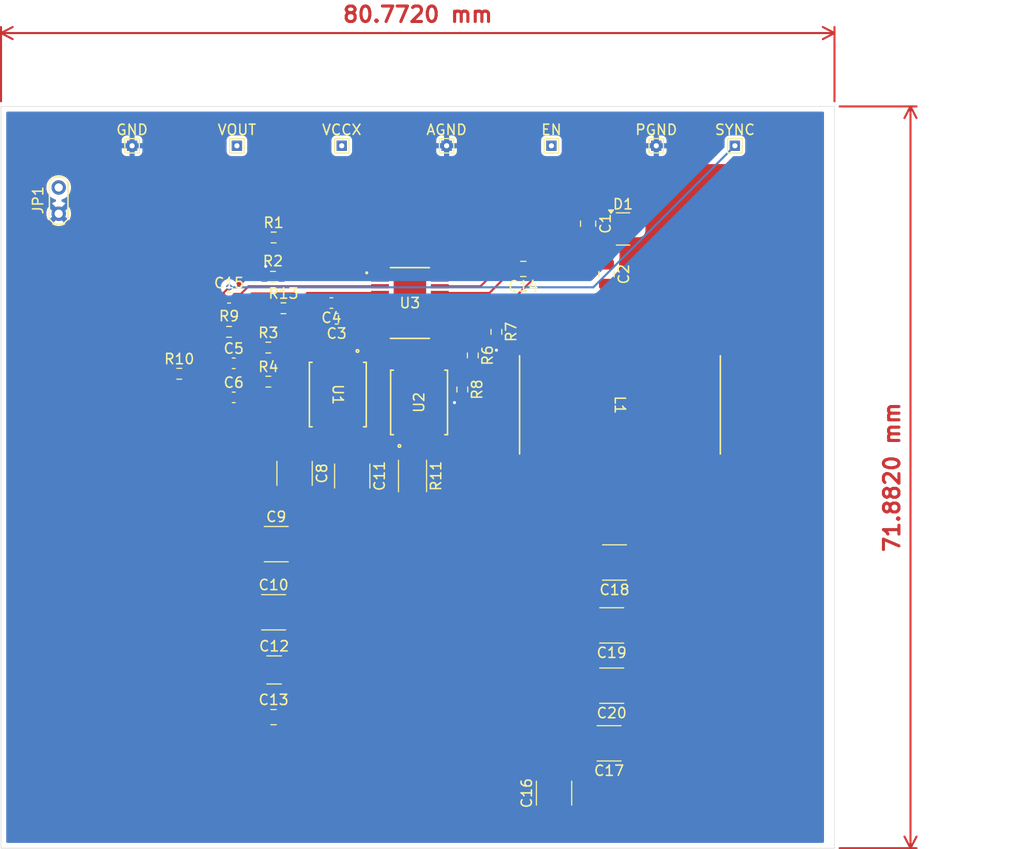
<source format=kicad_pcb>
(kicad_pcb (version 20240108) (generator "pcbnew") (generator_version "8.0")
  (layers (0 "F.Cu" signal) (31 "B.Cu" signal) (34 "B.Paste" user) (35 "F.Paste" user) (36 "B.SilkS" user "B.Silkscreen") (37 "F.SilkS" user "F.Silkscreen") (38 "B.Mask" user) (39 "F.Mask" user) (44 "Edge.Cuts" user))
  (net 0 "")
  (net 1 "Net-(D1-K)")
  (net 2 "Net-(U3-SW)")
  (net 3 "GND")
  (net 4 "Net-(D1-A)")
  (net 5 "Net-(U3-SS)")
  (net 6 "Net-(U3-RAMP)")
  (net 7 "Net-(U3-FB)")
  (net 8 "Net-(U3-COMP)")
  (net 9 "Net-(C6-Pad1)")
  (net 10 "+12V")
  (net 11 "Net-(U3-VCCX)")
  (net 12 "Net-(C15-Pad1)")
  (net 13 "Net-(U3-RT{slash}SYNC)")
  (net 14 "Net-(JP1-B)")
  (net 15 "Net-(D2-A)")
  (net 16 "Net-(R11-Pad1)")
  (net 17 "Net-(U3-CS)")
  (net 18 "Net-(U3-CSG)")
  (net 19 "Net-(U3-EN)")
  (net 20 "Net-(U1-G)")
  (net 21 "Net-(U2-G)")
  (net 22 "+5V")
  (footprint "Resistor_SMD:R_0603_1608Metric" (layer "F.Cu") (at 175.006 73.914 -90)
    (property "Reference" "R7" (at 0 -1.43 90) (layer "F.SilkS"))
    (property "Value" "0")
    (fp_line (start -0.237258 0.5225) (end 0.237258 0.5225) (stroke (width 0.12)) (layer "F.SilkS"))
    (fp_line (start -0.237258 -0.5225) (end 0.237258 -0.5225) (stroke (width 0.12)) (layer "F.SilkS"))
    (pad "1" smd roundrect (at -0.825 0 270) (size 0.8 0.95) (layers "F.Cu" "F.Paste" "F.Mask") (net 18 "Net-(U3-CSG)"))
    (pad "2" smd roundrect (at 0.825 0 270) (size 0.8 0.95) (layers "F.Cu" "F.Paste" "F.Mask") (net 3 "GND"))
  )
  (footprint "TestPoint:TestPoint_THTPad_1.0x1.0mm_Drill0.5mm" (layer "F.Cu") (at 139.7 55.88 180)
    (property "Reference" "TP7")
    (property "Value" "GND" (at 0 1.55 0) (layer "F.SilkS"))
    (fp_line (start 0.7 0.7) (end -0.7 0.7) (stroke (width 0.12)) (layer "F.SilkS"))
    (fp_line (start 0.7 -0.7) (end 0.7 0.7) (stroke (width 0.12)) (layer "F.SilkS"))
    (fp_line (start -0.7 0.7) (end -0.7 -0.7) (stroke (width 0.12)) (layer "F.SilkS"))
    (fp_line (start -0.7 -0.7) (end 0.7 -0.7) (stroke (width 0.12)) (layer "F.SilkS"))
    (pad "1" thru_hole rect (at 0 0 180) (size 1 1) (drill 0.5) (layers "*.Cu" "*.Mask") (net 3 "GND"))
  )
  (footprint "Capacitor_SMD:C_0805_2012Metric" (layer "F.Cu") (at 185.674 68.326 -90)
    (property "Reference" "C2" (at 0 -1.68 90) (layer "F.SilkS"))
    (property "Value" "1uF")
    (fp_line (start -0.261252 0.735) (end 0.261252 0.735) (stroke (width 0.12)) (layer "F.SilkS"))
    (fp_line (start -0.261252 -0.735) (end 0.261252 -0.735) (stroke (width 0.12)) (layer "F.SilkS"))
    (pad "1" smd roundrect (at -0.95 0 270) (size 1 1.45) (layers "F.Cu" "F.Paste" "F.Mask") (net 4 "Net-(D1-A)"))
    (pad "2" smd roundrect (at 0.95 0 270) (size 1 1.45) (layers "F.Cu" "F.Paste" "F.Mask") (net 3 "GND"))
  )
  (footprint "Resistor_SMD:R_0603_1608Metric" (layer "F.Cu") (at 153.353 68.58 180)
    (property "Reference" "R2" (at 0 1.524 0) (layer "F.SilkS"))
    (property "Value" "21k")
    (fp_line (start -0.237258 0.5225) (end 0.237258 0.5225) (stroke (width 0.12)) (layer "F.SilkS"))
    (fp_line (start -0.237258 -0.5225) (end 0.237258 -0.5225) (stroke (width 0.12)) (layer "F.SilkS"))
    (pad "1" smd roundrect (at -0.825 0 180) (size 0.8 0.95) (layers "F.Cu" "F.Paste" "F.Mask") (net 15 "Net-(D2-A)"))
    (pad "2" smd roundrect (at 0.825 0 180) (size 0.8 0.95) (layers "F.Cu" "F.Paste" "F.Mask") (net 3 "GND"))
  )
  (footprint "Capacitor_SMD:C_1812_4532Metric" (layer "F.Cu") (at 186.182 108.204 180)
    (property "Reference" "C20" (at 0 -2.65 0) (layer "F.SilkS"))
    (property "Value" "100uF")
    (fp_line (start -1.161252 1.71) (end 1.161252 1.71) (stroke (width 0.12)) (layer "F.SilkS"))
    (fp_line (start -1.161252 -1.71) (end 1.161252 -1.71) (stroke (width 0.12)) (layer "F.SilkS"))
    (pad "1" smd roundrect (at -2.05 0 180) (size 1.4 3.4) (layers "F.Cu" "F.Paste" "F.Mask") (roundrect_rratio 0.178571) (net 22 "+5V"))
    (pad "2" smd roundrect (at 2.05 0 180) (size 1.4 3.4) (layers "F.Cu" "F.Paste" "F.Mask") (roundrect_rratio 0.178571) (net 3 "GND"))
  )
  (footprint "Capacitor_SMD:C_0603_1608Metric" (layer "F.Cu") (at 149.552 76.962)
    (property "Reference" "C5" (at 0 -1.43 0) (layer "F.SilkS"))
    (property "Value" "2.2uF")
    (fp_line (start -0.14058 -0.51) (end 0.14058 -0.51) (stroke (width 0.12)) (layer "F.SilkS"))
    (fp_line (start -0.14058 0.51) (end 0.14058 0.51) (stroke (width 0.12)) (layer "F.SilkS"))
    (pad "1" smd roundrect (at -0.775 0) (size 0.9 0.95) (layers "F.Cu" "F.Paste" "F.Mask") (net 8 "Net-(U3-COMP)"))
    (pad "2" smd roundrect (at 0.775 0) (size 0.9 0.95) (layers "F.Cu" "F.Paste" "F.Mask") (net 7 "Net-(U3-FB)"))
  )
  (footprint "TestPoint:TestPoint_THTPad_1.0x1.0mm_Drill0.5mm" (layer "F.Cu") (at 198.12 55.88 180)
    (property "Reference" "TP1")
    (property "Value" "SYNC" (at 0 1.55 0) (layer "F.SilkS"))
    (fp_line (start 0.7 0.7) (end -0.7 0.7) (stroke (width 0.12)) (layer "F.SilkS"))
    (fp_line (start 0.7 -0.7) (end 0.7 0.7) (stroke (width 0.12)) (layer "F.SilkS"))
    (fp_line (start -0.7 0.7) (end -0.7 -0.7) (stroke (width 0.12)) (layer "F.SilkS"))
    (fp_line (start -0.7 -0.7) (end 0.7 -0.7) (stroke (width 0.12)) (layer "F.SilkS"))
    (pad "1" thru_hole rect (at 0 0 180) (size 1 1) (drill 0.5) (layers "*.Cu" "*.Mask") (net 12 "Net-(C15-Pad1)"))
  )
  (footprint "Resistor_SMD:R_0603_1608Metric" (layer "F.Cu") (at 172.72 76.2 -90)
    (property "Reference" "R6" (at 0 -1.43 90) (layer "F.SilkS"))
    (property "Value" "0")
    (fp_line (start -0.237258 0.5225) (end 0.237258 0.5225) (stroke (width 0.12)) (layer "F.SilkS"))
    (fp_line (start -0.237258 -0.5225) (end 0.237258 -0.5225) (stroke (width 0.12)) (layer "F.SilkS"))
    (pad "1" smd roundrect (at -0.825 0 270) (size 0.8 0.95) (layers "F.Cu" "F.Paste" "F.Mask") (net 17 "Net-(U3-CS)"))
    (pad "2" smd roundrect (at 0.825 0 270) (size 0.8 0.95) (layers "F.Cu" "F.Paste" "F.Mask") (net 16 "Net-(R11-Pad1)"))
  )
  (footprint "Resistor_SMD:R_0603_1608Metric" (layer "F.Cu") (at 171.704 79.502 -90)
    (property "Reference" "R8" (at 0 -1.43 90) (layer "F.SilkS"))
    (property "Value" "10k")
    (fp_line (start -0.237258 0.5225) (end 0.237258 0.5225) (stroke (width 0.12)) (layer "F.SilkS"))
    (fp_line (start -0.237258 -0.5225) (end 0.237258 -0.5225) (stroke (width 0.12)) (layer "F.SilkS"))
    (pad "1" smd roundrect (at -0.825 0 270) (size 0.8 0.95) (layers "F.Cu" "F.Paste" "F.Mask") (net 14 "Net-(JP1-B)"))
    (pad "2" smd roundrect (at 0.825 0 270) (size 0.8 0.95) (layers "F.Cu" "F.Paste" "F.Mask") (net 3 "GND"))
  )
  (footprint "SI7850ADP_T1_GE3:MOSFET_7DP-T1-GE3_VIS" (layer "F.Cu") (at 159.639 79.991001 -90)
    (property "Reference" "U1" (at 0 0 -90) (layer "F.SilkS"))
    (property "Value" "SI7850ADP-T1-GE3")
    (fp_poly (pts (xy -1.415999 -1.9558) (xy -1.415999 1.9558) (xy 2.419401 1.9558) (xy 2.419401 2.159) (xy 3.1306 2.159) (xy 3.130601 1.651) (xy 2.419401 1.651) (xy 2.419401 0.889) (xy 3.130601 0.889) (xy 3.130601 0.381) (xy 2.419401 0.381) (xy 2.419401 -0.381) (xy 3.130601 -0.381) (xy 3.130601 -0.889) (xy 2.419401 -0.889) (xy 2.419401 -1.651) (xy 3.130601 -1.651) (xy 3.130601 -2.159) (xy 2.419401 -2.159) (xy 2.419401 -1.9558)) (fill solid) (layer "F.Cu"))
    (fp_line (start -3.1242 2.7559) (end 3.1242 2.7559) (stroke (width 0.1524)) (layer "F.SilkS"))
    (fp_line (start 3.1242 2.7559) (end 3.1242 2.49174) (stroke (width 0.1524)) (layer "F.SilkS"))
    (fp_line (start -3.1242 2.49174) (end -3.1242 2.7559) (stroke (width 0.1524)) (layer "F.SilkS"))
    (fp_line (start 3.1242 -2.49174) (end 3.1242 -2.7559) (stroke (width 0.1524)) (layer "F.SilkS"))
    (fp_line (start -3.1242 -2.7559) (end -3.1242 -2.49174) (stroke (width 0.1524)) (layer "F.SilkS"))
    (fp_line (start 3.1242 -2.7559) (end -3.1242 -2.7559) (stroke (width 0.1524)) (layer "F.SilkS"))
    (fp_circle (center -4.2228 -1.905) (end -4.0958 -1.905) (stroke (width 0.1524)) (fill none) (layer "F.SilkS"))
    (pad "1" smd rect (at -2.775001 -1.905 270) (size 0.7112 0.508) (layers "F.Cu" "F.Paste" "F.Mask") (net 2 "Net-(U3-SW)"))
    (pad "2" smd rect (at -2.775001 -0.635 270) (size 0.7112 0.508) (layers "F.Cu" "F.Paste" "F.Mask") (net 2 "Net-(U3-SW)"))
    (pad "3" smd rect (at -2.775001 0.635 270) (size 0.7112 0.508) (layers "F.Cu" "F.Paste" "F.Mask") (net 2 "Net-(U3-SW)"))
    (pad "4" smd rect (at -2.775001 1.905 270) (size 0.7112 0.508) (layers "F.Cu" "F.Paste" "F.Mask") (net 20 "Net-(U1-G)"))
    (pad "5" smd rect (at 2.775001 1.905 270) (size 0.7112 0.508) (layers "F.Cu" "F.Paste" "F.Mask") (net 10 "+12V"))
    (pad "6" smd rect (at 2.775001 0.635 270) (size 0.7112 0.508) (layers "F.Cu" "F.Paste" "F.Mask") (net 10 "+12V"))
    (pad "7" smd rect (at 2.775001 -0.635 270) (size 0.7112 0.508) (layers "F.Cu" "F.Paste" "F.Mask") (net 10 "+12V"))
    (pad "8" smd rect (at 2.775001 -1.905 270) (size 0.7112 0.508) (layers "F.Cu" "F.Paste" "F.Mask") (net 10 "+12V"))
  )
  (footprint "Resistor_SMD:R_0603_1608Metric" (layer "F.Cu") (at 152.908 78.74)
    (property "Reference" "R4" (at 0 -1.43 0) (layer "F.SilkS"))
    (property "Value" "1.21k")
    (fp_line (start -0.237258 -0.5225) (end 0.237258 -0.5225) (stroke (width 0.12)) (layer "F.SilkS"))
    (fp_line (start -0.237258 0.5225) (end 0.237258 0.5225) (stroke (width 0.12)) (layer "F.SilkS"))
    (pad "1" smd roundrect (at -0.825 0) (size 0.8 0.95) (layers "F.Cu" "F.Paste" "F.Mask") (net 7 "Net-(U3-FB)"))
    (pad "2" smd roundrect (at 0.825 0) (size 0.8 0.95) (layers "F.Cu" "F.Paste" "F.Mask") (net 3 "GND"))
  )
  (footprint "Capacitor_SMD:C_1812_4532Metric" (layer "F.Cu") (at 180.594 118.618 90)
    (property "Reference" "C16" (at 0 -2.65 90) (layer "F.SilkS"))
    (property "Value" "100uF")
    (fp_line (start -1.161252 -1.71) (end 1.161252 -1.71) (stroke (width 0.12)) (layer "F.SilkS"))
    (fp_line (start -1.161252 1.71) (end 1.161252 1.71) (stroke (width 0.12)) (layer "F.SilkS"))
    (pad "1" smd roundrect (at -2.05 0 90) (size 1.4 3.4) (layers "F.Cu" "F.Paste" "F.Mask") (roundrect_rratio 0.178571) (net 22 "+5V"))
    (pad "2" smd roundrect (at 2.05 0 90) (size 1.4 3.4) (layers "F.Cu" "F.Paste" "F.Mask") (roundrect_rratio 0.178571) (net 3 "GND"))
  )
  (footprint "TestPoint:TestPoint_2Pads_Pitch2.54mm_Drill0.8mm" (layer "F.Cu") (at 132.588 62.464 90)
    (property "Reference" "JP1" (at 1.3 -2 90) (layer "F.SilkS"))
    (property "Value" "Jumper_2_Small_Open")
    (fp_line (start 3.07 -0.9) (end 3.57 -0.4) (stroke (width 0.15)) (layer "F.SilkS"))
    (fp_line (start -0.53 -0.9) (end 3.07 -0.9) (stroke (width 0.15)) (layer "F.SilkS"))
    (fp_line (start 3.57 -0.4) (end 3.57 0.4) (stroke (width 0.15)) (layer "F.SilkS"))
    (fp_line (start -1.03 -0.4) (end -0.53 -0.9) (stroke (width 0.15)) (layer "F.SilkS"))
    (fp_line (start 3.57 0.4) (end 3.07 0.9) (stroke (width 0.15)) (layer "F.SilkS"))
    (fp_line (start -1.03 0.4) (end -1.03 -0.4) (stroke (width 0.15)) (layer "F.SilkS"))
    (fp_line (start 3.07 0.9) (end -0.53 0.9) (stroke (width 0.15)) (layer "F.SilkS"))
    (fp_line (start -0.53 0.9) (end -1.03 0.4) (stroke (width 0.15)) (layer "F.SilkS"))
    (pad "1" thru_hole circle (at 0 0 90) (size 1.4 1.4) (drill 0.8) (layers "*.Cu" "*.Mask") (net 3 "GND"))
    (pad "2" thru_hole circle (at 2.54 0 90) (size 1.4 1.4) (drill 0.8) (layers "*.Cu" "*.Mask") (net 14 "Net-(JP1-B)"))
  )
  (footprint "Resistor_SMD:R_0603_1608Metric" (layer "F.Cu") (at 149.098 73.914 180)
    (property "Reference" "R9" (at 0 1.524 0) (layer "F.SilkS"))
    (property "Value" "12.4k")
    (fp_line (start -0.237258 0.5225) (end 0.237258 0.5225) (stroke (width 0.12)) (layer "F.SilkS"))
    (fp_line (start -0.237258 -0.5225) (end 0.237258 -0.5225) (stroke (width 0.12)) (layer "F.SilkS"))
    (pad "1" smd roundrect (at -0.825 0 180) (size 0.8 0.95) (layers "F.Cu" "F.Paste" "F.Mask") (net 13 "Net-(U3-RT{slash}SYNC)"))
    (pad "2" smd roundrect (at 0.825 0 180) (size 0.8 0.95) (layers "F.Cu" "F.Paste" "F.Mask") (net 3 "GND"))
  )
  (footprint "TestPoint:TestPoint_THTPad_1.0x1.0mm_Drill0.5mm" (layer "F.Cu") (at 149.86 55.88 180)
    (property "Reference" "TP6")
    (property "Value" "VOUT" (at 0 1.55 0) (layer "F.SilkS"))
    (fp_line (start 0.7 0.7) (end -0.7 0.7) (stroke (width 0.12)) (layer "F.SilkS"))
    (fp_line (start 0.7 -0.7) (end 0.7 0.7) (stroke (width 0.12)) (layer "F.SilkS"))
    (fp_line (start -0.7 0.7) (end -0.7 -0.7) (stroke (width 0.12)) (layer "F.SilkS"))
    (fp_line (start -0.7 -0.7) (end 0.7 -0.7) (stroke (width 0.12)) (layer "F.SilkS"))
    (pad "1" thru_hole rect (at 0 0 180) (size 1 1) (drill 0.5) (layers "*.Cu" "*.Mask") (net 22 "+5V"))
  )
  (footprint "Capacitor_SMD:C_0603_1608Metric" (layer "F.Cu") (at 149.552 80.264)
    (property "Reference" "C6" (at 0 -1.43 0) (layer "F.SilkS"))
    (property "Value" "3300pF")
    (fp_line (start -0.14058 -0.51) (end 0.14058 -0.51) (stroke (width 0.12)) (layer "F.SilkS"))
    (fp_line (start -0.14058 0.51) (end 0.14058 0.51) (stroke (width 0.12)) (layer "F.SilkS"))
    (pad "1" smd roundrect (at -0.775 0) (size 0.9 0.95) (layers "F.Cu" "F.Paste" "F.Mask") (net 9 "Net-(C6-Pad1)"))
    (pad "2" smd roundrect (at 0.775 0) (size 0.9 0.95) (layers "F.Cu" "F.Paste" "F.Mask") (net 7 "Net-(U3-FB)"))
  )
  (footprint "TestPoint:TestPoint_THTPad_1.0x1.0mm_Drill0.5mm" (layer "F.Cu") (at 190.5 55.88 180)
    (property "Reference" "TP2")
    (property "Value" "PGND" (at 0 1.55 0) (layer "F.SilkS"))
    (fp_line (start 0.7 0.7) (end -0.7 0.7) (stroke (width 0.12)) (layer "F.SilkS"))
    (fp_line (start 0.7 -0.7) (end 0.7 0.7) (stroke (width 0.12)) (layer "F.SilkS"))
    (fp_line (start -0.7 0.7) (end -0.7 -0.7) (stroke (width 0.12)) (layer "F.SilkS"))
    (fp_line (start -0.7 -0.7) (end 0.7 -0.7) (stroke (width 0.12)) (layer "F.SilkS"))
    (pad "1" thru_hole rect (at 0 0 180) (size 1 1) (drill 0.5) (layers "*.Cu" "*.Mask") (net 3 "GND"))
  )
  (footprint "Resistor_SMD:R_0603_1608Metric" (layer "F.Cu") (at 154.369 71.628)
    (property "Reference" "R13" (at 0 -1.43 0) (layer "F.SilkS"))
    (property "Value" "1M")
    (fp_line (start -0.237258 -0.5225) (end 0.237258 -0.5225) (stroke (width 0.12)) (layer "F.SilkS"))
    (fp_line (start -0.237258 0.5225) (end 0.237258 0.5225) (stroke (width 0.12)) (layer "F.SilkS"))
    (pad "1" smd roundrect (at -0.825 0) (size 0.8 0.95) (layers "F.Cu" "F.Paste" "F.Mask") (net 10 "+12V"))
    (pad "2" smd roundrect (at 0.825 0) (size 0.8 0.95) (layers "F.Cu" "F.Paste" "F.Mask") (net 19 "Net-(U3-EN)"))
  )
  (footprint "Capacitor_SMD:C_0805_2012Metric" (layer "F.Cu") (at 177.612 67.818 180)
    (property "Reference" "C14" (at 0 -1.68 0) (layer "F.SilkS"))
    (property "Value" "1uF")
    (fp_line (start -0.261252 0.735) (end 0.261252 0.735) (stroke (width 0.12)) (layer "F.SilkS"))
    (fp_line (start -0.261252 -0.735) (end 0.261252 -0.735) (stroke (width 0.12)) (layer "F.SilkS"))
    (pad "1" smd roundrect (at -0.95 0 180) (size 1 1.45) (layers "F.Cu" "F.Paste" "F.Mask") (net 3 "GND"))
    (pad "2" smd roundrect (at 0.95 0 180) (size 1 1.45) (layers "F.Cu" "F.Paste" "F.Mask") (net 11 "Net-(U3-VCCX)"))
  )
  (footprint "TestPoint:TestPoint_THTPad_1.0x1.0mm_Drill0.5mm" (layer "F.Cu") (at 180.34 55.88 180)
    (property "Reference" "TP3")
    (property "Value" "EN" (at 0 1.55 0) (layer "F.SilkS"))
    (fp_line (start 0.7 0.7) (end -0.7 0.7) (stroke (width 0.12)) (layer "F.SilkS"))
    (fp_line (start 0.7 -0.7) (end 0.7 0.7) (stroke (width 0.12)) (layer "F.SilkS"))
    (fp_line (start -0.7 0.7) (end -0.7 -0.7) (stroke (width 0.12)) (layer "F.SilkS"))
    (fp_line (start -0.7 -0.7) (end 0.7 -0.7) (stroke (width 0.12)) (layer "F.SilkS"))
    (pad "1" thru_hole rect (at 0 0 180) (size 1 1) (drill 0.5) (layers "*.Cu" "*.Mask") (net 19 "Net-(U3-EN)"))
  )
  (footprint "TestPoint:TestPoint_THTPad_1.0x1.0mm_Drill0.5mm" (layer "F.Cu") (at 170.18 55.88 180)
    (property "Reference" "TP4")
    (property "Value" "AGND" (at 0 1.55 0) (layer "F.SilkS"))
    (fp_line (start 0.7 0.7) (end -0.7 0.7) (stroke (width 0.12)) (layer "F.SilkS"))
    (fp_line (start 0.7 -0.7) (end 0.7 0.7) (stroke (width 0.12)) (layer "F.SilkS"))
    (fp_line (start -0.7 0.7) (end -0.7 -0.7) (stroke (width 0.12)) (layer "F.SilkS"))
    (fp_line (start -0.7 -0.7) (end 0.7 -0.7) (stroke (width 0.12)) (layer "F.SilkS"))
    (pad "1" thru_hole rect (at 0 0 180) (size 1 1) (drill 0.5) (layers "*.Cu" "*.Mask") (net 3 "GND"))
  )
  (footprint "TestPoint:TestPoint_THTPad_1.0x1.0mm_Drill0.5mm" (layer "F.Cu") (at 160.02 55.88 180)
    (property "Reference" "TP5")
    (property "Value" "VCCX" (at 0 1.55 0) (layer "F.SilkS"))
    (fp_line (start 0.7 0.7) (end -0.7 0.7) (stroke (width 0.12)) (layer "F.SilkS"))
    (fp_line (start 0.7 -0.7) (end 0.7 0.7) (stroke (width 0.12)) (layer "F.SilkS"))
    (fp_line (start -0.7 0.7) (end -0.7 -0.7) (stroke (width 0.12)) (layer "F.SilkS"))
    (fp_line (start -0.7 -0.7) (end 0.7 -0.7) (stroke (width 0.12)) (layer "F.SilkS"))
    (pad "1" thru_hole rect (at 0 0 180) (size 1 1) (drill 0.5) (layers "*.Cu" "*.Mask") (net 11 "Net-(U3-VCCX)"))
  )
  (footprint "Capacitor_SMD:C_1812_4532Metric" (layer "F.Cu") (at 153.416 101.092)
    (property "Reference" "C10" (at 0 -2.65 0) (layer "F.SilkS"))
    (property "Value" "2.2uF")
    (fp_line (start -1.161252 -1.71) (end 1.161252 -1.71) (stroke (width 0.12)) (layer "F.SilkS"))
    (fp_line (start -1.161252 1.71) (end 1.161252 1.71) (stroke (width 0.12)) (layer "F.SilkS"))
    (pad "1" smd roundrect (at -2.05 0) (size 1.4 3.4) (layers "F.Cu" "F.Paste" "F.Mask") (roundrect_rratio 0.178571) (net 10 "+12V"))
    (pad "2" smd roundrect (at 2.05 0) (size 1.4 3.4) (layers "F.Cu" "F.Paste" "F.Mask") (roundrect_rratio 0.178571) (net 3 "GND"))
  )
  (footprint "Capacitor_SMD:C_1812_4532Metric" (layer "F.Cu") (at 186.182 102.362 180)
    (property "Reference" "C19" (at 0 -2.65 0) (layer "F.SilkS"))
    (property "Value" "100uF")
    (fp_line (start -1.161252 1.71) (end 1.161252 1.71) (stroke (width 0.12)) (layer "F.SilkS"))
    (fp_line (start -1.161252 -1.71) (end 1.161252 -1.71) (stroke (width 0.12)) (layer "F.SilkS"))
    (pad "1" smd roundrect (at -2.05 0 180) (size 1.4 3.4) (layers "F.Cu" "F.Paste" "F.Mask") (roundrect_rratio 0.178571) (net 22 "+5V"))
    (pad "2" smd roundrect (at 2.05 0 180) (size 1.4 3.4) (layers "F.Cu" "F.Paste" "F.Mask") (roundrect_rratio 0.178571) (net 3 "GND"))
  )
  (footprint "Capacitor_SMD:C_0805_2012Metric" (layer "F.Cu") (at 183.896 63.434 -90)
    (property "Reference" "C1" (at 0 -1.68 90) (layer "F.SilkS"))
    (property "Value" "1uF")
    (fp_line (start -0.261252 0.735) (end 0.261252 0.735) (stroke (width 0.12)) (layer "F.SilkS"))
    (fp_line (start -0.261252 -0.735) (end 0.261252 -0.735) (stroke (width 0.12)) (layer "F.SilkS"))
    (pad "1" smd roundrect (at -0.95 0 270) (size 1 1.45) (layers "F.Cu" "F.Paste" "F.Mask") (net 2 "Net-(U3-SW)"))
    (pad "2" smd roundrect (at 0.95 0 270) (size 1 1.45) (layers "F.Cu" "F.Paste" "F.Mask") (net 1 "Net-(D1-K)"))
  )
  (footprint "Resistor_SMD:R_0603_1608Metric" (layer "F.Cu") (at 144.272 77.978)
    (property "Reference" "R10" (at 0 -1.43 0) (layer "F.SilkS"))
    (property "Value" "18k")
    (fp_line (start -0.237258 -0.5225) (end 0.237258 -0.5225) (stroke (width 0.12)) (layer "F.SilkS"))
    (fp_line (start -0.237258 0.5225) (end 0.237258 0.5225) (stroke (width 0.12)) (layer "F.SilkS"))
    (pad "1" smd roundrect (at -0.825 0) (size 0.8 0.95) (layers "F.Cu" "F.Paste" "F.Mask") (net 8 "Net-(U3-COMP)"))
    (pad "2" smd roundrect (at 0.825 0) (size 0.8 0.95) (layers "F.Cu" "F.Paste" "F.Mask") (net 9 "Net-(C6-Pad1)"))
  )
  (footprint "Capacitor_SMD:C_1812_4532Metric" (layer "F.Cu") (at 155.448 87.63 -90)
    (property "Reference" "C8" (at 0 -2.65 90) (layer "F.SilkS"))
    (property "Value" "2.2uF")
    (fp_line (start -1.161252 1.71) (end 1.161252 1.71) (stroke (width 0.12)) (layer "F.SilkS"))
    (fp_line (start -1.161252 -1.71) (end 1.161252 -1.71) (stroke (width 0.12)) (layer "F.SilkS"))
    (pad "1" smd roundrect (at -2.05 0 270) (size 1.4 3.4) (layers "F.Cu" "F.Paste" "F.Mask") (roundrect_rratio 0.178571) (net 10 "+12V"))
    (pad "2" smd roundrect (at 2.05 0 270) (size 1.4 3.4) (layers "F.Cu" "F.Paste" "F.Mask") (roundrect_rratio 0.178571) (net 3 "GND"))
  )
  (footprint "Capacitor_SMD:C_0805_2012Metric" (layer "F.Cu") (at 153.416 111.252)
    (property "Reference" "C13" (at 0 -1.68 0) (layer "F.SilkS"))
    (property "Value" "0.1uF")
    (fp_line (start -0.261252 -0.735) (end 0.261252 -0.735) (stroke (width 0.12)) (layer "F.SilkS"))
    (fp_line (start -0.261252 0.735) (end 0.261252 0.735) (stroke (width 0.12)) (layer "F.SilkS"))
    (pad "1" smd roundrect (at -0.95 0) (size 1 1.45) (layers "F.Cu" "F.Paste" "F.Mask") (net 10 "+12V"))
    (pad "2" smd roundrect (at 0.95 0) (size 1 1.45) (layers "F.Cu" "F.Paste" "F.Mask") (net 3 "GND"))
  )
  (footprint "Capacitor_SMD:C_1812_4532Metric" (layer "F.Cu") (at 161.036 87.884 -90)
    (property "Reference" "C11" (at 0 -2.65 90) (layer "F.SilkS"))
    (property "Value" "2.2uF")
    (fp_line (start -1.161252 1.71) (end 1.161252 1.71) (stroke (width 0.12)) (layer "F.SilkS"))
    (fp_line (start -1.161252 -1.71) (end 1.161252 -1.71) (stroke (width 0.12)) (layer "F.SilkS"))
    (pad "1" smd roundrect (at -2.05 0 270) (size 1.4 3.4) (layers "F.Cu" "F.Paste" "F.Mask") (roundrect_rratio 0.178571) (net 10 "+12V"))
    (pad "2" smd roundrect (at 2.05 0 270) (size 1.4 3.4) (layers "F.Cu" "F.Paste" "F.Mask") (roundrect_rratio 0.178571) (net 3 "GND"))
  )
  (footprint "Resistor_SMD:R_0603_1608Metric" (layer "F.Cu") (at 153.416 64.77)
    (property "Reference" "R1" (at 0 -1.43 0) (layer "F.SilkS"))
    (property "Value" "102k")
    (fp_line (start -0.237258 -0.5225) (end 0.237258 -0.5225) (stroke (width 0.12)) (layer "F.SilkS"))
    (fp_line (start -0.237258 0.5225) (end 0.237258 0.5225) (stroke (width 0.12)) (layer "F.SilkS"))
    (pad "1" smd roundrect (at -0.825 0) (size 0.8 0.95) (layers "F.Cu" "F.Paste" "F.Mask") (net 10 "+12V"))
    (pad "2" smd roundrect (at 0.825 0) (size 0.8 0.95) (layers "F.Cu" "F.Paste" "F.Mask") (net 15 "Net-(D2-A)"))
  )
  (footprint "Capacitor_SMD:C_0603_1608Metric" (layer "F.Cu") (at 149.098 70.612)
    (property "Reference" "C15" (at 0 -1.43 0) (layer "F.SilkS"))
    (property "Value" "100pF")
    (fp_line (start -0.14058 -0.51) (end 0.14058 -0.51) (stroke (width 0.12)) (layer "F.SilkS"))
    (fp_line (start -0.14058 0.51) (end 0.14058 0.51) (stroke (width 0.12)) (layer "F.SilkS"))
    (pad "1" smd roundrect (at -0.775 0) (size 0.9 0.95) (layers "F.Cu" "F.Paste" "F.Mask") (net 12 "Net-(C15-Pad1)"))
    (pad "2" smd roundrect (at 0.775 0) (size 0.9 0.95) (layers "F.Cu" "F.Paste" "F.Mask") (net 13 "Net-(U3-RT{slash}SYNC)"))
  )
  (footprint "Capacitor_SMD:C_1812_4532Metric" (layer "F.Cu") (at 185.928 113.792 180)
    (property "Reference" "C17" (at 0 -2.65 0) (layer "F.SilkS"))
    (property "Value" "100uF")
    (fp_line (start -1.161252 1.71) (end 1.161252 1.71) (stroke (width 0.12)) (layer "F.SilkS"))
    (fp_line (start -1.161252 -1.71) (end 1.161252 -1.71) (stroke (width 0.12)) (layer "F.SilkS"))
    (pad "1" smd roundrect (at -2.05 0 180) (size 1.4 3.4) (layers "F.Cu" "F.Paste" "F.Mask") (roundrect_rratio 0.178571) (net 22 "+5V"))
    (pad "2" smd roundrect (at 2.05 0 180) (size 1.4 3.4) (layers "F.Cu" "F.Paste" "F.Mask") (roundrect_rratio 0.178571) (net 3 "GND"))
  )
  (footprint "Capacitor_SMD:C_0603_1608Metric" (layer "F.Cu") (at 159.017 71.12 180)
    (property "Reference" "C4" (at 0 -1.43 0) (layer "F.SilkS"))
    (property "Value" "270pF")
    (fp_line (start -0.14058 0.51) (end 0.14058 0.51) (stroke (width 0.12)) (layer "F.SilkS"))
    (fp_line (start -0.14058 -0.51) (end 0.14058 -0.51) (stroke (width 0.12)) (layer "F.SilkS"))
    (pad "1" smd roundrect (at -0.775 0 180) (size 0.9 0.95) (layers "F.Cu" "F.Paste" "F.Mask") (net 6 "Net-(U3-RAMP)"))
    (pad "2" smd roundrect (at 0.775 0 180) (size 0.9 0.95) (layers "F.Cu" "F.Paste" "F.Mask") (net 3 "GND"))
  )
  (footprint "Resistor_SMD:R_2010_5025Metric" (layer "F.Cu") (at 166.878 87.884 -90)
    (property "Reference" "R11" (at 0 -2.28 90) (layer "F.SilkS"))
    (property "Value" "0.01")
    (fp_line (start -1.527064 1.36) (end 1.527064 1.36) (stroke (width 0.12)) (layer "F.SilkS"))
    (fp_line (start -1.527064 -1.36) (end 1.527064 -1.36) (stroke (width 0.12)) (layer "F.SilkS"))
    (pad "1" smd roundrect (at -2.3125 0 270) (size 1.225 2.65) (layers "F.Cu" "F.Paste" "F.Mask") (roundrect_rratio 0.204082) (net 16 "Net-(R11-Pad1)"))
    (pad "2" smd roundrect (at 2.3125 0 270) (size 1.225 2.65) (layers "F.Cu" "F.Paste" "F.Mask") (roundrect_rratio 0.204082) (net 3 "GND"))
  )
  (footprint "Resistor_SMD:R_0603_1608Metric" (layer "F.Cu") (at 152.908 75.438)
    (property "Reference" "R3" (at 0 -1.43 0) (layer "F.SilkS"))
    (property "Value" "3.74k")
    (fp_line (start -0.237258 -0.5225) (end 0.237258 -0.5225) (stroke (width 0.12)) (layer "F.SilkS"))
    (fp_line (start -0.237258 0.5225) (end 0.237258 0.5225) (stroke (width 0.12)) (layer "F.SilkS"))
    (pad "1" smd roundrect (at -0.825 0) (size 0.8 0.95) (layers "F.Cu" "F.Paste" "F.Mask") (net 7 "Net-(U3-FB)"))
    (pad "2" smd roundrect (at 0.825 0) (size 0.8 0.95) (layers "F.Cu" "F.Paste" "F.Mask") (net 22 "+5V"))
  )
  (footprint "Package_TO_SOT_SMD:SOT-23" (layer "F.Cu") (at 187.2765 63.942)
    (property "Reference" "D1" (at 0 -2.4 0) (layer "F.SilkS"))
    (property "Value" "CMPD2003")
    (fp_line (start 0 -1.56) (end -0.65 -1.56) (stroke (width 0.12)) (layer "F.SilkS"))
    (fp_line (start 0 -1.56) (end 0.65 -1.56) (stroke (width 0.12)) (layer "F.SilkS"))
    (fp_line (start 0 1.56) (end -0.65 1.56) (stroke (width 0.12)) (layer "F.SilkS"))
    (fp_line (start 0 1.56) (end 0.65 1.56) (stroke (width 0.12)) (layer "F.SilkS"))
    (fp_poly (pts (xy -1.1625 -1.51) (xy -1.4025 -1.84) (xy -0.9225 -1.84) (xy -1.1625 -1.51)) (stroke (width 0.12)) (fill solid) (layer "F.SilkS"))
    (pad "1" smd roundrect (at -0.9375 -0.95) (size 1.475 0.6) (layers "F.Cu" "F.Paste" "F.Mask") (net 1 "Net-(D1-K)"))
    (pad "2" smd roundrect (at -0.9375 0.95) (size 1.475 0.6) (layers "F.Cu" "F.Paste" "F.Mask") (net 4 "Net-(D1-A)"))
    (pad "3" smd roundrect (at 0.9375 0) (size 1.475 0.6) (layers "F.Cu" "F.Paste" "F.Mask"))
  )
  (footprint "Capacitor_SMD:C_0603_1608Metric" (layer "F.Cu") (at 159.525 72.644 180)
    (property "Reference" "C3" (at 0 -1.43 0) (layer "F.SilkS"))
    (property "Value" "0.01uF")
    (fp_line (start -0.14058 0.51) (end 0.14058 0.51) (stroke (width 0.12)) (layer "F.SilkS"))
    (fp_line (start -0.14058 -0.51) (end 0.14058 -0.51) (stroke (width 0.12)) (layer "F.SilkS"))
    (pad "1" smd roundrect (at -0.775 0 180) (size 0.9 0.95) (layers "F.Cu" "F.Paste" "F.Mask") (net 5 "Net-(U3-SS)"))
    (pad "2" smd roundrect (at 0.775 0 180) (size 0.9 0.95) (layers "F.Cu" "F.Paste" "F.Mask") (net 3 "GND"))
  )
  (footprint "Capacitor_SMD:C_1812_4532Metric" (layer "F.Cu") (at 153.67 94.488)
    (property "Reference" "C9" (at 0 -2.65 0) (layer "F.SilkS"))
    (property "Value" "2.2uF")
    (fp_line (start -1.161252 -1.71) (end 1.161252 -1.71) (stroke (width 0.12)) (layer "F.SilkS"))
    (fp_line (start -1.161252 1.71) (end 1.161252 1.71) (stroke (width 0.12)) (layer "F.SilkS"))
    (pad "1" smd roundrect (at -2.05 0) (size 1.4 3.4) (layers "F.Cu" "F.Paste" "F.Mask") (roundrect_rratio 0.178571) (net 10 "+12V"))
    (pad "2" smd roundrect (at 2.05 0) (size 1.4 3.4) (layers "F.Cu" "F.Paste" "F.Mask") (roundrect_rratio 0.178571) (net 3 "GND"))
  )
  (footprint "LM25116MHX_NOPB:MXA20A_TEX-M" (layer "F.Cu") (at 166.624 71.12)
    (property "Reference" "U3" (at 0 0 0) (layer "F.SilkS"))
    (property "Value" "LM25116MH")
    (fp_line (start -1.889754 3.429) (end 1.889748 3.429) (stroke (width 0.1524)) (layer "F.SilkS"))
    (fp_line (start 1.889754 -3.429) (end -1.889748 -3.429) (stroke (width 0.1524)) (layer "F.SilkS"))
    (fp_circle (center -4.1858 -2.925001) (end -4.1096 -2.925001) (stroke (width 0.1524)) (fill none) (layer "F.SilkS"))
    (pad "1" smd rect (at -2.8956 -2.925) (size 1.7272 0.4064) (layers "F.Cu" "F.Paste" "F.Mask") (net 10 "+12V"))
    (pad "2" smd rect (at -2.8956 -2.274999) (size 1.7272 0.4064) (layers "F.Cu" "F.Paste" "F.Mask") (net 15 "Net-(D2-A)"))
    (pad "3" smd rect (at -2.8956 -1.625001) (size 1.7272 0.4064) (layers "F.Cu" "F.Paste" "F.Mask") (net 13 "Net-(U3-RT{slash}SYNC)"))
    (pad "4" smd rect (at -2.8956 -0.974999) (size 1.7272 0.4064) (layers "F.Cu" "F.Paste" "F.Mask") (net 19 "Net-(U3-EN)"))
    (pad "5" smd rect (at -2.8956 -0.325001) (size 1.7272 0.4064) (layers "F.Cu" "F.Paste" "F.Mask") (net 6 "Net-(U3-RAMP)"))
    (pad "6" smd rect (at -2.8956 0.324998) (size 1.7272 0.4064) (layers "F.Cu" "F.Paste" "F.Mask") (net 3 "GND"))
    (pad "7" smd rect (at -2.8956 0.974999) (size 1.7272 0.4064) (layers "F.Cu" "F.Paste" "F.Mask") (net 5 "Net-(U3-SS)"))
    (pad "8" smd rect (at -2.8956 1.624998) (size 1.7272 0.4064) (layers "F.Cu" "F.Paste" "F.Mask") (net 7 "Net-(U3-FB)"))
    (pad "9" smd rect (at -2.8956 2.274999) (size 1.7272 0.4064) (layers "F.Cu" "F.Paste" "F.Mask") (net 8 "Net-(U3-COMP)"))
    (pad "10" smd rect (at -2.8956 2.924998) (size 1.7272 0.4064) (layers "F.Cu" "F.Paste" "F.Mask") (net 22 "+5V"))
    (pad "11" smd rect (at 2.8956 2.925) (size 1.7272 0.4064) (layers "F.Cu" "F.Paste" "F.Mask") (net 14 "Net-(JP1-B)"))
    (pad "12" smd rect (at 2.8956 2.275002) (size 1.7272 0.4064) (layers "F.Cu" "F.Paste" "F.Mask") (net 17 "Net-(U3-CS)"))
    (pad "13" smd rect (at 2.8956 1.625001) (size 1.7272 0.4064) (layers "F.Cu" "F.Paste" "F.Mask") (net 18 "Net-(U3-CSG)"))
    (pad "14" smd rect (at 2.8956 0.975002) (size 1.7272 0.4064) (layers "F.Cu" "F.Paste" "F.Mask") (net 3 "GND"))
    (pad "15" smd rect (at 2.8956 0.325001) (size 1.7272 0.4064) (layers "F.Cu" "F.Paste" "F.Mask") (net 21 "Net-(U2-G)"))
    (pad "16" smd rect (at 2.8956 -0.324998) (size 1.7272 0.4064) (layers "F.Cu" "F.Paste" "F.Mask") (net 4 "Net-(D1-A)"))
    (pad "17" smd rect (at 2.8956 -0.974999) (size 1.7272 0.4064) (layers "F.Cu" "F.Paste" "F.Mask") (net 11 "Net-(U3-VCCX)"))
    (pad "18" smd rect (at 2.8956 -1.624998) (size 1.7272 0.4064) (layers "F.Cu" "F.Paste" "F.Mask") (net 1 "Net-(D1-K)"))
    (pad "19" smd rect (at 2.8956 -2.274999) (size 1.7272 0.4064) (layers "F.Cu" "F.Paste" "F.Mask") (net 20 "Net-(U1-G)"))
    (pad "20" smd rect (at 2.8956 -2.924998) (size 1.7272 0.4064) (layers "F.Cu" "F.Paste" "F.Mask") (net 2 "Net-(U3-SW)"))
    (pad "21" smd rect (at 0 0) (size 3.1496 4.3434) (layers "F.Cu" "F.Paste" "F.Mask") (net 3 "GND"))
  )
  (footprint "HC2LP_6R0_R:HC2LP" (layer "F.Cu") (at 186.982071 80.987929 -90)
    (property "Reference" "L1" (at 0 0 -90) (layer "F.SilkS"))
    (property "Value" "6uH")
    (fp_line (start -4.762019 9.7282) (end 4.762019 9.7282) (stroke (width 0.1524)) (layer "F.SilkS"))
    (fp_line (start 4.762019 -9.7282) (end -4.762019 -9.7282) (stroke (width 0.1524)) (layer "F.SilkS"))
    (pad "1" smd rect (at -7.75335 0 270) (size 5.4991 18.999201) (layers "F.Cu" "F.Paste" "F.Mask") (net 2 "Net-(U3-SW)"))
    (pad "2" smd rect (at 7.75335 0 270) (size 5.4991 18.999201) (layers "F.Cu" "F.Paste" "F.Mask") (net 22 "+5V"))
    (zone (net 0) (net_name "") (layer "F.Cu") (connect_pads (clearance 0)) (min_thickness 0.254)
      (keepout (tracks not_allowed) (vias not_allowed) (pads allowed) (copperpour not_allowed) (footprints allowed))
      (fill (thermal_gap 0.508) (thermal_bridge_width 0.508))
      (polygon (pts (xy 196.532471 76.034929) (xy 196.532471 85.940929) (xy 177.431671 85.940929) (xy 177.431671 76.034929)))
    )
  )
  (footprint "Capacitor_SMD:C_1812_4532Metric" (layer "F.Cu") (at 186.454 96.266 180)
    (property "Reference" "C18" (at 0 -2.65 0) (layer "F.SilkS"))
    (property "Value" "100uF")
    (fp_line (start -1.161252 1.71) (end 1.161252 1.71) (stroke (width 0.12)) (layer "F.SilkS"))
    (fp_line (start -1.161252 -1.71) (end 1.161252 -1.71) (stroke (width 0.12)) (layer "F.SilkS"))
    (pad "1" smd roundrect (at -2.05 0 180) (size 1.4 3.4) (layers "F.Cu" "F.Paste" "F.Mask") (roundrect_rratio 0.178571) (net 22 "+5V"))
    (pad "2" smd roundrect (at 2.05 0 180) (size 1.4 3.4) (layers "F.Cu" "F.Paste" "F.Mask") (roundrect_rratio 0.178571) (net 3 "GND"))
  )
  (footprint "Capacitor_SMD:C_1210_3225Metric" (layer "F.Cu") (at 153.465 106.68)
    (property "Reference" "C12" (at 0 -2.3 0) (layer "F.SilkS"))
    (property "Value" "1uF")
    (fp_line (start -0.711252 -1.36) (end 0.711252 -1.36) (stroke (width 0.12)) (layer "F.SilkS"))
    (fp_line (start -0.711252 1.36) (end 0.711252 1.36) (stroke (width 0.12)) (layer "F.SilkS"))
    (pad "1" smd roundrect (at -1.475 0) (size 1.15 2.7) (layers "F.Cu" "F.Paste" "F.Mask") (roundrect_rratio 0.217391) (net 10 "+12V"))
    (pad "2" smd roundrect (at 1.475 0) (size 1.15 2.7) (layers "F.Cu" "F.Paste" "F.Mask") (roundrect_rratio 0.217391) (net 3 "GND"))
  )
  (footprint "SI7850ADP_T1_GE3:MOSFET_7DP-T1-GE3_VIS" (layer "F.Cu") (at 167.513 80.753001 90)
    (property "Reference" "U2" (at 0 0 90) (layer "F.SilkS"))
    (property "Value" "SI7850ADP-T1-GE3")
    (fp_poly (pts (xy -1.415999 -1.9558) (xy -1.415999 1.9558) (xy 2.419401 1.9558) (xy 2.419401 2.159) (xy 3.1306 2.159) (xy 3.130601 1.651) (xy 2.419401 1.651) (xy 2.419401 0.889) (xy 3.130601 0.889) (xy 3.130601 0.381) (xy 2.419401 0.381) (xy 2.419401 -0.381) (xy 3.130601 -0.381) (xy 3.130601 -0.889) (xy 2.419401 -0.889) (xy 2.419401 -1.651) (xy 3.130601 -1.651) (xy 3.130601 -2.159) (xy 2.419401 -2.159) (xy 2.419401 -1.9558)) (fill solid) (layer "F.Cu"))
    (fp_line (start 3.1242 -2.7559) (end -3.1242 -2.7559) (stroke (width 0.1524)) (layer "F.SilkS"))
    (fp_line (start -3.1242 -2.7559) (end -3.1242 -2.49174) (stroke (width 0.1524)) (layer "F.SilkS"))
    (fp_line (start 3.1242 -2.49174) (end 3.1242 -2.7559) (stroke (width 0.1524)) (layer "F.SilkS"))
    (fp_line (start -3.1242 2.49174) (end -3.1242 2.7559) (stroke (width 0.1524)) (layer "F.SilkS"))
    (fp_line (start 3.1242 2.7559) (end 3.1242 2.49174) (stroke (width 0.1524)) (layer "F.SilkS"))
    (fp_line (start -3.1242 2.7559) (end 3.1242 2.7559) (stroke (width 0.1524)) (layer "F.SilkS"))
    (fp_circle (center -4.2228 -1.905) (end -4.0958 -1.905) (stroke (width 0.1524)) (fill none) (layer "F.SilkS"))
    (pad "1" smd rect (at -2.775001 -1.905 90) (size 0.7112 0.508) (layers "F.Cu" "F.Paste" "F.Mask") (net 16 "Net-(R11-Pad1)"))
    (pad "2" smd rect (at -2.775001 -0.635 90) (size 0.7112 0.508) (layers "F.Cu" "F.Paste" "F.Mask") (net 16 "Net-(R11-Pad1)"))
    (pad "3" smd rect (at -2.775001 0.635 90) (size 0.7112 0.508) (layers "F.Cu" "F.Paste" "F.Mask") (net 16 "Net-(R11-Pad1)"))
    (pad "4" smd rect (at -2.775001 1.905 90) (size 0.7112 0.508) (layers "F.Cu" "F.Paste" "F.Mask") (net 21 "Net-(U2-G)"))
    (pad "5" smd rect (at 2.775001 1.905 90) (size 0.7112 0.508) (layers "F.Cu" "F.Paste" "F.Mask") (net 2 "Net-(U3-SW)"))
    (pad "6" smd rect (at 2.775001 0.635 90) (size 0.7112 0.508) (layers "F.Cu" "F.Paste" "F.Mask") (net 2 "Net-(U3-SW)"))
    (pad "7" smd rect (at 2.775001 -0.635 90) (size 0.7112 0.508) (layers "F.Cu" "F.Paste" "F.Mask") (net 2 "Net-(U3-SW)"))
    (pad "8" smd rect (at 2.775001 -1.905 90) (size 0.7112 0.508) (layers "F.Cu" "F.Paste" "F.Mask") (net 2 "Net-(U3-SW)"))
  )
  (gr_rect (start 127 52.07) (end 207.772 123.952) (stroke (width 0.05)) (fill none) (layer "Edge.Cuts"))
  (dimension (type aligned) (layer "F.Cu") (pts (xy 207.772 52.07) (xy 207.772 123.952)) (height -7.366) (gr_text "71.8820 mm" (at 213.338 88.011 90) (layer "F.Cu") (effects (font (size 1.5 1.5) (thickness 0.3)))) (format (prefix "") (suffix "") (units 3) (units_format 1) (precision 4)) (style (thickness 0.2) (arrow_length 1.27) (text_position_mode 0) (extension_height 0.58642) (extension_offset 0.5) keep_text_aligned))
  (dimension (type aligned) (layer "F.Cu") (pts (xy 127 52.07) (xy 207.772 52.07)) (height -7.112) (gr_text "80.7720 mm" (at 167.386 43.158 0) (layer "F.Cu") (effects (font (size 1.5 1.5) (thickness 0.3)))) (format (prefix "") (suffix "") (units 3) (units_format 1) (precision 4)) (style (thickness 0.2) (arrow_length 1.27) (text_position_mode 0) (extension_height 0.58642) (extension_offset 0.5) keep_text_aligned))
  (segment (start 183.896 64.384) (end 184.947 64.384) (width 0.2) (layer "F.Cu") (net 1))
  (segment (start 173.475254 69.495002) (end 178.586256 64.384) (width 0.2) (layer "F.Cu") (net 1))
  (segment (start 169.5196 69.495002) (end 173.475254 69.495002) (width 0.2) (layer "F.Cu") (net 1))
  (segment (start 178.586256 64.384) (end 183.896 64.384) (width 0.2) (layer "F.Cu") (net 1))
  (segment (start 184.947 64.384) (end 186.339 62.992) (width 0.2) (layer "F.Cu") (net 1))
  (segment (start 175.006 74.739) (end 175.006 75.692) (width 0.2) (layer "F.Cu") (net 3))
  (segment (start 169.5196 72.095002) (end 167.599002 72.095002) (width 0.2) (layer "F.Cu") (net 3))
  (segment (start 171.387 80.327) (end 170.942 80.772) (width 0.2) (layer "F.Cu") (net 3))
  (segment (start 158.75 72.162) (end 159.017 71.895) (width 0.2) (layer "F.Cu") (net 3))
  (segment (start 171.704 80.327) (end 171.387 80.327) (width 0.2) (layer "F.Cu") (net 3))
  (segment (start 162.6648 71.444998) (end 163.7284 71.444998) (width 0.2) (layer "F.Cu") (net 3))
  (segment (start 158.75 72.644) (end 158.75 72.162) (width 0.2) (layer "F.Cu") (net 3))
  (segment (start 167.599002 72.095002) (end 166.624 71.12) (width 0.2) (layer "F.Cu") (net 3))
  (segment (start 158.242 71.12) (end 159.017 71.895) (width 0.2) (layer "F.Cu") (net 3))
  (segment (start 162.214798 71.895) (end 162.6648 71.444998) (width 0.2) (layer "F.Cu") (net 3))
  (segment (start 152.528 68.58) (end 152.528 67.69) (width 0.2) (layer "F.Cu") (net 3))
  (segment (start 159.017 71.895) (end 162.214798 71.895) (width 0.2) (layer "F.Cu") (net 3))
  (segment (start 152.528 67.69) (end 152.654 67.564) (width 0.2) (layer "F.Cu") (net 3))
  (via (at 170.942 80.772) (size 0.6) (drill 0.3) (layers "F.Cu" "B.Cu") (net 3))
  (via (at 175.006 75.692) (size 0.6) (drill 0.3) (layers "F.Cu" "B.Cu") (net 3))
  (via (at 152.654 67.564) (size 0.6) (drill 0.3) (layers "F.Cu" "B.Cu") (net 3))
  (segment (start 169.5196 70.795002) (end 176.572498 70.795002) (width 0.2) (layer "F.Cu") (net 4))
  (segment (start 185.674 67.376) (end 186.339 66.711) (width 0.2) (layer "F.Cu") (net 4))
  (segment (start 184.207 68.843) (end 185.674 67.376) (width 0.2) (layer "F.Cu") (net 4))
  (segment (start 178.5245 68.843) (end 184.207 68.843) (width 0.2) (layer "F.Cu") (net 4))
  (segment (start 176.572498 70.795002) (end 178.5245 68.843) (width 0.2) (layer "F.Cu") (net 4))
  (segment (start 186.339 66.711) (end 186.339 64.892) (width 0.2) (layer "F.Cu") (net 4))
  (segment (start 162.330486 72.344998) (end 160.599002 72.344998) (width 0.2) (layer "F.Cu") (net 5))
  (segment (start 162.580485 72.094999) (end 162.330486 72.344998) (width 0.2) (layer "F.Cu") (net 5))
  (segment (start 160.599002 72.344998) (end 160.3 72.644) (width 0.2) (layer "F.Cu") (net 5))
  (segment (start 163.7284 72.094999) (end 162.580485 72.094999) (width 0.2) (layer "F.Cu") (net 5))
  (segment (start 163.7284 70.794999) (end 160.117001 70.794999) (width 0.2) (layer "F.Cu") (net 6))
  (segment (start 160.117001 70.794999) (end 159.792 71.12) (width 0.2) (layer "F.Cu") (net 6))
  (segment (start 152.083 75.438) (end 151.851 75.438) (width 0.2) (layer "F.Cu") (net 7))
  (segment (start 153.937 73.419) (end 153.924 73.406) (width 0.2) (layer "F.Cu") (net 7))
  (segment (start 151.851 75.438) (end 150.327 76.962) (width 0.2) (layer "F.Cu") (net 7))
  (segment (start 152.083 78.718) (end 150.327 76.962) (width 0.2) (layer "F.Cu") (net 7))
  (segment (start 160.748696 73.419) (end 153.937 73.419) (width 0.2) (layer "F.Cu") (net 7))
  (segment (start 152.083 78.74) (end 152.083 78.718) (width 0.2) (layer "F.Cu") (net 7))
  (segment (start 152.083 75.247) (end 152.083 75.438) (width 0.2) (layer "F.Cu") (net 7))
  (segment (start 161.422698 72.744998) (end 160.748696 73.419) (width 0.2) (layer "F.Cu") (net 7))
  (segment (start 153.924 73.406) (end 152.083 75.247) (width 0.2) (layer "F.Cu") (net 7))
  (segment (start 152.083 78.74) (end 151.851 78.74) (width 0.2) (layer "F.Cu") (net 7))
  (segment (start 163.7284 72.744998) (end 161.422698 72.744998) (width 0.2) (layer "F.Cu") (net 7))
  (segment (start 151.851 78.74) (end 150.327 80.264) (width 0.2) (layer "F.Cu") (net 7))
  (segment (start 174.334999 70.145001) (end 176.662 67.818) (width 0.2) (layer "F.Cu") (net 11))
  (segment (start 169.5196 70.145001) (end 174.334999 70.145001) (width 0.2) (layer "F.Cu") (net 11))
  (segment (start 148.323 70.612) (end 148.323 70.371) (width 0.2) (layer "F.Cu") (net 12))
  (segment (start 148.323 70.371) (end 149.098 69.596) (width 0.2) (layer "F.Cu") (net 12))
  (via (at 149.098 69.596) (size 0.6) (drill 0.3) (layers "F.Cu" "B.Cu") (net 12))
  (segment (start 184.404 69.596) (end 198.12 55.88) (width 0.2) (layer "B.Cu") (net 12))
  (segment (start 149.098 69.596) (end 184.404 69.596) (width 0.2) (layer "B.Cu") (net 12))
  (segment (start 149.873 70.612) (end 150.990001 69.494999) (width 0.2) (layer "F.Cu") (net 13))
  (segment (start 149.923 70.662) (end 149.873 70.612) (width 0.2) (layer "F.Cu") (net 13))
  (segment (start 149.923 73.914) (end 149.923 70.662) (width 0.2) (layer "F.Cu") (net 13))
  (segment (start 150.990001 69.494999) (end 163.7284 69.494999) (width 0.2) (layer "F.Cu") (net 13))
  (segment (start 169.5196 74.045) (end 169.5196 76.4926) (width 0.2) (layer "F.Cu") (net 14))
  (segment (start 169.5196 76.4926) (end 171.704 78.677) (width 0.2) (layer "F.Cu") (net 14))
  (segment (start 163.587001 68.845001) (end 163.576 68.834) (width 0.2) (layer "F.Cu") (net 15))
  (segment (start 154.178 68.58) (end 154.178 68.072) (width 0.2) (layer "F.Cu") (net 15))
  (segment (start 163.7284 68.845001) (end 163.587001 68.845001) (width 0.2) (layer "F.Cu") (net 15))
  (segment (start 163.576 68.834) (end 154.432 68.834) (width 0.2) (layer "F.Cu") (net 15))
  (segment (start 154.432 68.834) (end 154.178 68.58) (width 0.2) (layer "F.Cu") (net 15))
  (segment (start 154.178 68.072) (end 154.241 68.009) (width 0.2) (layer "F.Cu") (net 15))
  (segment (start 154.241 68.009) (end 154.241 64.77) (width 0.2) (layer "F.Cu") (net 15))
  (segment (start 172.72 77.025) (end 172.72 80.498648) (width 0.2) (layer "F.Cu") (net 16))
  (segment (start 170.346246 82.872402) (end 168.8036 82.872402) (width 0.2) (layer "F.Cu") (net 16))
  (segment (start 168.8036 82.872402) (end 168.148 83.528002) (width 0.2) (layer "F.Cu") (net 16))
  (segment (start 172.72 80.498648) (end 170.346246 82.872402) (width 0.2) (layer "F.Cu") (net 16))
  (segment (start 169.5196 73.395002) (end 170.5832 73.395002) (width 0.2) (layer "F.Cu") (net 17))
  (segment (start 172.563198 75.375) (end 172.72 75.375) (width 0.2) (layer "F.Cu") (net 17))
  (segment (start 170.5832 73.395002) (end 172.563198 75.375) (width 0.2) (layer "F.Cu") (net 17))
  (segment (start 169.5196 72.745001) (end 174.662001 72.745001) (width 0.2) (layer "F.Cu") (net 18))
  (segment (start 174.662001 72.745001) (end 175.006 73.089) (width 0.2) (layer "F.Cu") (net 18))
  (segment (start 163.7284 70.145001) (end 156.676999 70.145001) (width 0.2) (layer "F.Cu") (net 19))
  (segment (start 156.676999 70.145001) (end 155.194 71.628) (width 0.2) (layer "F.Cu") (net 19))
  (segment (start 175.781 78.219) (end 170.471998 83.528002) (width 0.2) (layer "F.Cu") (net 21))
  (segment (start 174.549649 71.445001) (end 175.781 72.676352) (width 0.2) (layer "F.Cu") (net 21))
  (segment (start 170.471998 83.528002) (end 169.418 83.528002) (width 0.2) (layer "F.Cu") (net 21))
  (segment (start 175.781 72.676352) (end 175.781 78.219) (width 0.2) (layer "F.Cu") (net 21))
  (segment (start 169.5196 71.445001) (end 174.549649 71.445001) (width 0.2) (layer "F.Cu") (net 21))
  (segment (start 187.198 88.9) (end 185.182 86.884) (width 1) (layer "F.Cu") (net 22))
  (segment (start 185.182 86.884) (end 165.40257 86.884) (width 1) (layer "F.Cu") (net 22))
  (segment (start 165.40257 86.884) (end 163.7284 85.20983) (width 1) (layer "F.Cu") (net 22))
  (zone (net 2) (net_name "Net-(U3-SW)") (layer "F.Cu") (connect_pads (clearance 0.5)) (min_thickness 0.25) (fill yes (thermal_gap 0.5) (thermal_bridge_width 0.5))
    (polygon (pts (xy 154.686 61.722) (xy 187.452 61.722) (xy 186.982071 80.987929) (xy 187.198 80.772) (xy 154.432 80.772) (xy 154.686 81.026)))
  )
  (zone (net 16) (net_name "Net-(R11-Pad1)") (layer "F.Cu") (connect_pads (clearance 0.5)) (min_thickness 0.25) (fill yes (thermal_gap 0.5) (thermal_bridge_width 0.5))
    (polygon (pts (xy 165.1 83.058) (xy 168.656 83.058) (xy 168.656 86.106) (xy 165.1 86.106)))
  )
  (zone (net 10) (net_name "+12V") (layer "F.Cu") (priority 1) (connect_pads (clearance 0.5)) (min_thickness 0.25) (fill yes (thermal_gap 0.5) (thermal_bridge_width 0.5))
    (polygon (pts (xy 130.302 57.912) (xy 130.302 122.936) (xy 164.084 122.936) (xy 164.338 122.682) (xy 164.338 57.912)))
  )
  (zone (net 22) (net_name "+5V") (layer "F.Cu") (priority 1) (connect_pads (clearance 0.5)) (min_thickness 0.25) (fill yes (thermal_gap 0.5) (thermal_bridge_width 0.5))
    (polygon (pts (xy 170.18 57.912) (xy 170.18 122.936) (xy 202.184 122.936) (xy 202.692 122.428) (xy 202.692 57.658) (xy 170.434 57.658)))
  )
  (zone (net 3) (net_name "GND") (layer "F.Cu") (connect_pads (clearance 0.5)) (min_thickness 0.25) (fill yes (thermal_gap 0.5) (thermal_bridge_width 0.5))
    (polygon (pts (xy 153.416 88.138) (xy 185.674 88.138) (xy 185.928 88.392) (xy 185.928 117.856) (xy 176.784 117.856) (xy 176.784 94.054141) (xy 166.05022 93.98) (xy 166.116 117.856) (xy 153.416 117.856)))
  )
  (zone (net 3) (net_name "GND") (layer "B.Cu") (priority 2) (connect_pads (clearance 0.5)) (min_thickness 0.25) (fill yes (thermal_gap 0.5) (thermal_bridge_width 0.5))
    (polygon (pts (xy 127 52.324) (xy 206.756 52.324) (xy 206.756 123.444) (xy 127 123.444)))
  )
)
</source>
